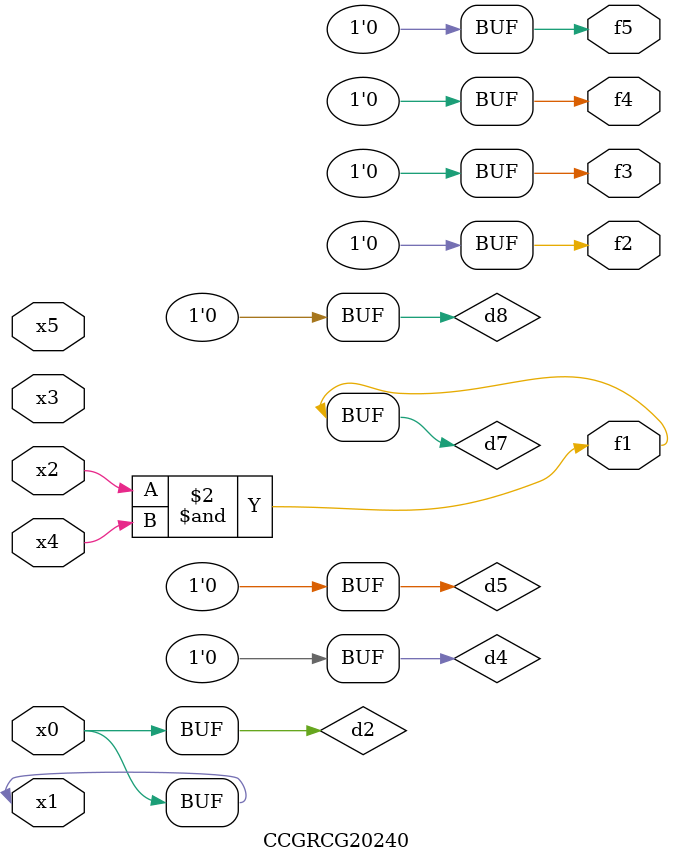
<source format=v>
module CCGRCG20240(
	input x0, x1, x2, x3, x4, x5,
	output f1, f2, f3, f4, f5
);

	wire d1, d2, d3, d4, d5, d6, d7, d8, d9;

	nand (d1, x1);
	buf (d2, x0, x1);
	nand (d3, x2, x4);
	and (d4, d1, d2);
	and (d5, d1, d2);
	nand (d6, d1, d3);
	not (d7, d3);
	xor (d8, d5);
	nor (d9, d5, d6);
	assign f1 = d7;
	assign f2 = d8;
	assign f3 = d8;
	assign f4 = d8;
	assign f5 = d8;
endmodule

</source>
